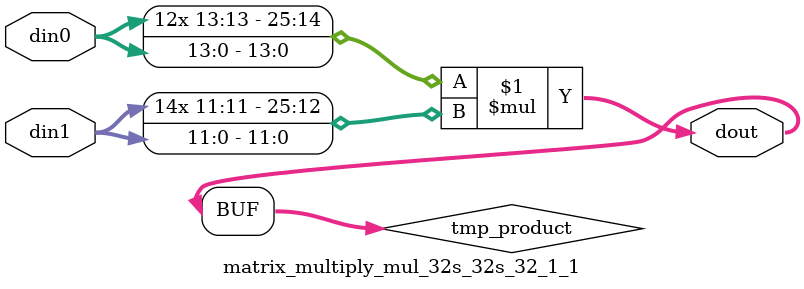
<source format=v>

`timescale 1 ns / 1 ps

 module matrix_multiply_mul_32s_32s_32_1_1(din0, din1, dout);
parameter ID = 1;
parameter NUM_STAGE = 0;
parameter din0_WIDTH = 14;
parameter din1_WIDTH = 12;
parameter dout_WIDTH = 26;

input [din0_WIDTH - 1 : 0] din0; 
input [din1_WIDTH - 1 : 0] din1; 
output [dout_WIDTH - 1 : 0] dout;

wire signed [dout_WIDTH - 1 : 0] tmp_product;



























assign tmp_product = $signed(din0) * $signed(din1);








assign dout = tmp_product;





















endmodule

</source>
